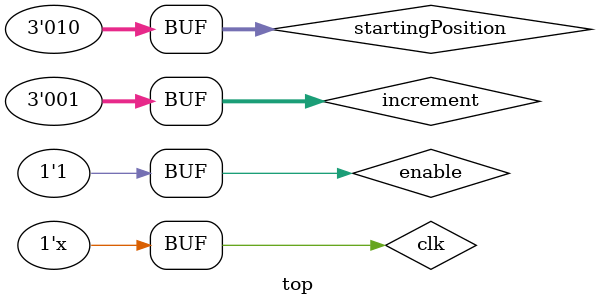
<source format=v>
/* ASCIICounter.v Testbench */
module top();

reg clk;
reg enable;
reg[2:0] startingPosition;
reg[2:0] increment;
wire[7:0] password;
wire wrap;

ASCIICounter a0(clk, enable, startingPosition, increment, password, wrap);

initial begin
    $display("Password\tPassword\tWrap");
    $monitor("%h\t\t%s\t\t%d",password,password, wrap);
    clk <= 0;
    enable <= 1;
    startingPosition <= 1'h0;
    increment <= 1;
    // output <= password;

    #5 
    clk = ~ clk;

    #5
    enable <= 1;
    clk = ~clk;

    #5
    startingPosition <= 24;
    clk = ~clk;

    #5
    clk = ~clk;
    startingPosition <= 25;
    clk = ~clk;

    #5
    clk = ~clk;
    startingPosition <= 26;
    clk = ~clk;

    repeat (60) // <<< NB: may need to depending on n
        begin
            increment <= 1;
            #5 clk = ~clk;
        end
end

endmodule

/* Brute Force Testbench */
//module top();


</source>
